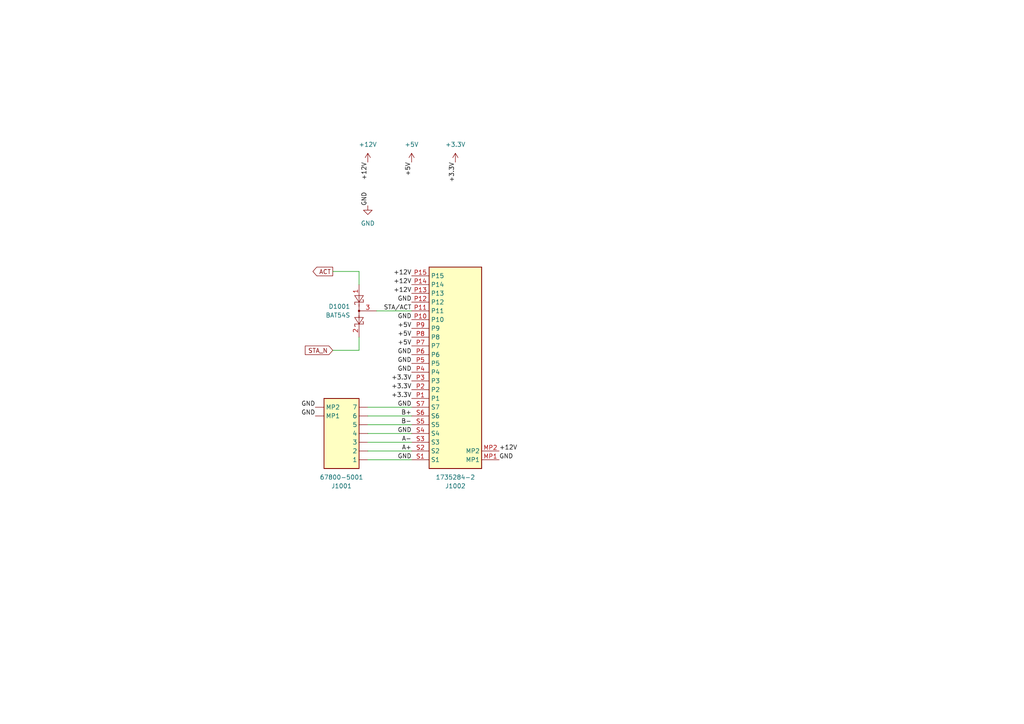
<source format=kicad_sch>
(kicad_sch (version 20231120) (generator "eeschema") (generator_version "8.0")
  (paper "A4")
  (lib_symbols
    (symbol "1735284-2:1735284-2"
      (property "Reference" "J" (at 21.59 7.62 0))
      (property "Value" "1735284-2" (at 21.59 5.08 0))
      (symbol "1735284-2_1_1"
        (rectangle (start 5.08 2.54) (end 20.32 -55.88) (stroke (width 0.254)) (fill (type background)))
        (pin passive line (at 0 0 0) (length 5.08) (name "MP1") (number "MP1"))
        (pin passive line (at 0 -2.54 0) (length 5.08) (name "MP2") (number "MP2"))
        (pin passive line (at 25.4 -17.78 180) (length 5.08) (name "P1") (number "P1"))
        (pin passive line (at 25.4 -40.64 180) (length 5.08) (name "P10") (number "P10"))
        (pin passive line (at 25.4 -43.18 180) (length 5.08) (name "P11") (number "P11"))
        (pin passive line (at 25.4 -45.72 180) (length 5.08) (name "P12") (number "P12"))
        (pin passive line (at 25.4 -48.26 180) (length 5.08) (name "P13") (number "P13"))
        (pin passive line (at 25.4 -50.8 180) (length 5.08) (name "P14") (number "P14"))
        (pin passive line (at 25.4 -53.34 180) (length 5.08) (name "P15") (number "P15"))
        (pin passive line (at 25.4 -20.32 180) (length 5.08) (name "P2") (number "P2"))
        (pin passive line (at 25.4 -22.86 180) (length 5.08) (name "P3") (number "P3"))
        (pin passive line (at 25.4 -25.4 180) (length 5.08) (name "P4") (number "P4"))
        (pin passive line (at 25.4 -27.94 180) (length 5.08) (name "P5") (number "P5"))
        (pin passive line (at 25.4 -30.48 180) (length 5.08) (name "P6") (number "P6"))
        (pin passive line (at 25.4 -33.02 180) (length 5.08) (name "P7") (number "P7"))
        (pin passive line (at 25.4 -35.56 180) (length 5.08) (name "P8") (number "P8"))
        (pin passive line (at 25.4 -38.1 180) (length 5.08) (name "P9") (number "P9"))
        (pin passive line (at 25.4 0 180) (length 5.08) (name "S1") (number "S1"))
        (pin passive line (at 25.4 -2.54 180) (length 5.08) (name "S2") (number "S2"))
        (pin passive line (at 25.4 -5.08 180) (length 5.08) (name "S3") (number "S3"))
        (pin passive line (at 25.4 -7.62 180) (length 5.08) (name "S4") (number "S4"))
        (pin passive line (at 25.4 -10.16 180) (length 5.08) (name "S5") (number "S5"))
        (pin passive line (at 25.4 -12.7 180) (length 5.08) (name "S6") (number "S6"))
        (pin passive line (at 25.4 -15.24 180) (length 5.08) (name "S7") (number "S7"))
      )
    )
    (symbol "67800-5001:67800-5001" (pin_numbers hide)
      (property "Reference" "J" (at 16.51 7.62 0))
      (property "Value" "67800-5001" (at 16.51 5.08 0))
      (symbol "67800-5001_1_1"
        (rectangle (start 5.08 2.54) (end 15.24 -17.78) (stroke (width 0.254)) (fill (type background)))
        (pin passive line (at 2.54 0 0) (length 2.54) (name "1") (number "1"))
        (pin passive line (at 2.54 -2.54 0) (length 2.54) (name "2") (number "2"))
        (pin passive line (at 2.54 -5.08 0) (length 2.54) (name "3") (number "3"))
        (pin passive line (at 2.54 -7.62 0) (length 2.54) (name "4") (number "4"))
        (pin passive line (at 2.54 -10.16 0) (length 2.54) (name "5") (number "5"))
        (pin passive line (at 2.54 -12.7 0) (length 2.54) (name "6") (number "6"))
        (pin passive line (at 2.54 -15.24 0) (length 2.54) (name "7") (number "7"))
        (pin power_out line (at 17.78 -12.7 180) (length 2.54) (name "MP1") (number "8"))
        (pin power_out line (at 17.78 -15.24 180) (length 2.54) (name "MP2") (number "9"))
      )
    )
    (symbol "Diode:BAT54S" (pin_names (offset 0) hide)
      (property "Reference" "D" (at 2.54 -5.08 0))
      (property "Value" "BAT54S" (at -6.35 3.175 0))
      (symbol "BAT54S_0_1"
        (polyline (pts (xy -3.81 0) (xy -1.27 0)))
        (polyline (pts (xy -3.175 -1.27) (xy -3.175 -1.016)))
        (polyline (pts (xy -2.54 -1.27) (xy -3.175 -1.27)))
        (polyline (pts (xy -2.54 -1.27) (xy -2.54 1.27)))
        (polyline (pts (xy -2.54 1.27) (xy -1.905 1.27)))
        (polyline (pts (xy -1.905 0) (xy 1.905 0)))
        (polyline (pts (xy -1.905 1.27) (xy -1.905 1.016)))
        (polyline (pts (xy 1.27 0) (xy 3.81 0)))
        (polyline (pts (xy 3.175 -1.27) (xy 3.175 -1.016)))
        (polyline (pts (xy 3.81 -1.27) (xy 3.175 -1.27)))
        (polyline (pts (xy 3.81 -1.27) (xy 3.81 1.27)))
        (polyline (pts (xy 3.81 1.27) (xy 4.445 1.27)))
        (polyline (pts (xy 4.445 1.27) (xy 4.445 1.016)))
        (polyline (pts (xy -4.445 1.27) (xy -4.445 -1.27) (xy -2.54 0) (xy -4.445 1.27)))
        (polyline (pts (xy 1.905 1.27) (xy 1.905 -1.27) (xy 3.81 0) (xy 1.905 1.27)))
        (circle (center 0 0) (radius 0.254) (fill (type outline)))
      )
      (symbol "BAT54S_1_1"
        (pin passive line (at -7.62 0 0) (length 3.81) (name "A") (number "1"))
        (pin passive line (at 7.62 0 180) (length 3.81) (name "K") (number "2"))
        (pin passive line (at 0 -5.08 90) (length 5.08) (name "COM") (number "3"))
      )
    )
    (symbol "power:+12V" (power) (pin_numbers hide) (pin_names (offset 0) hide)
      (property "Value" "+12V" (at 0 3.556 0))
      (symbol "+12V_0_1"
        (polyline (pts (xy -0.762 1.27) (xy 0 2.54)))
        (polyline (pts (xy 0 0) (xy 0 2.54)))
        (polyline (pts (xy 0 2.54) (xy 0.762 1.27)))
      )
      (symbol "+12V_1_1"
        (pin power_in line (at 0 0 90) (length 0) (name "~") (number "1"))
      )
    )
    (symbol "power:+3.3V" (power) (pin_numbers hide) (pin_names (offset 0) hide)
      (property "Value" "+3.3V" (at 0 3.556 0))
      (symbol "+3.3V_0_1"
        (polyline (pts (xy -0.762 1.27) (xy 0 2.54)))
        (polyline (pts (xy 0 0) (xy 0 2.54)))
        (polyline (pts (xy 0 2.54) (xy 0.762 1.27)))
      )
      (symbol "+3.3V_1_1"
        (pin power_in line (at 0 0 90) (length 0) (name "~") (number "1"))
      )
    )
    (symbol "power:+5V" (power) (pin_numbers hide) (pin_names (offset 0) hide)
      (property "Value" "+5V" (at 0 3.556 0))
      (symbol "+5V_0_1"
        (polyline (pts (xy -0.762 1.27) (xy 0 2.54)))
        (polyline (pts (xy 0 0) (xy 0 2.54)))
        (polyline (pts (xy 0 2.54) (xy 0.762 1.27)))
      )
      (symbol "+5V_1_1"
        (pin power_in line (at 0 0 90) (length 0) (name "~") (number "1"))
      )
    )
    (symbol "power:GND" (power) (pin_numbers hide) (pin_names (offset 0) hide)
      (property "Value" "GND" (at 0 -3.81 0))
      (symbol "GND_0_1"
        (polyline (pts (xy 0 0) (xy 0 -1.27) (xy 1.27 -1.27) (xy 0 -2.54) (xy -1.27 -1.27) (xy 0 -1.27)))
      )
      (symbol "GND_1_1"
        (pin power_in line (at 0 0 270) (length 0) (name "~") (number "1"))
      )
    )
  )
  (wire (pts (xy 104.14 78.74) (xy 104.14 82.55)))
  (wire (pts (xy 106.68 125.73) (xy 119.38 125.73)))
  (wire (pts (xy 106.68 120.65) (xy 119.38 120.65)))
  (wire (pts (xy 106.68 128.27) (xy 119.38 128.27)))
  (wire (pts (xy 104.14 101.6) (xy 104.14 97.79)))
  (wire (pts (xy 106.68 130.81) (xy 119.38 130.81)))
  (wire (pts (xy 96.52 78.74) (xy 104.14 78.74)))
  (wire (pts (xy 109.22 90.17) (xy 119.38 90.17)))
  (wire (pts (xy 106.68 118.11) (xy 119.38 118.11)))
  (wire (pts (xy 106.68 133.35) (xy 119.38 133.35)))
  (wire (pts (xy 96.52 101.6) (xy 104.14 101.6)))
  (wire (pts (xy 106.68 123.19) (xy 119.38 123.19)))
  (label "GND" (at 119.38 133.35 180))
  (label "B-" (at 119.38 123.19 180))
  (label "+3.3V" (at 132.08 46.99 270))
  (label "+12V" (at 106.68 46.99 270))
  (label "A+" (at 119.38 130.81 180))
  (label "GND" (at 119.38 87.63 180))
  (label "GND" (at 91.44 118.11 180))
  (label "+12V" (at 144.78 130.81 0))
  (label "+5V" (at 119.38 46.99 270))
  (label "GND" (at 119.38 118.11 180))
  (label "+12V" (at 119.38 85.09 180))
  (label "+3.3V" (at 119.38 115.57 180))
  (label "GND" (at 119.38 92.71 180))
  (label "+3.3V" (at 119.38 110.49 180))
  (label "+5V" (at 119.38 97.79 180))
  (label "GND" (at 144.78 133.35 0))
  (label "GND" (at 106.68 59.69 90))
  (label "GND" (at 119.38 105.41 180))
  (label "B+" (at 119.38 120.65 180))
  (label "+5V" (at 119.38 100.33 180))
  (label "+3.3V" (at 119.38 113.03 180))
  (label "A-" (at 119.38 128.27 180))
  (label "+12V" (at 119.38 82.55 180))
  (label "GND" (at 91.44 120.65 180))
  (label "+12V" (at 119.38 80.01 180))
  (label "GND" (at 119.38 125.73 180))
  (label "+5V" (at 119.38 95.25 180))
  (label "GND" (at 119.38 102.87 180))
  (label "STA{slash}ACT" (at 119.38 90.17 180))
  (label "GND" (at 119.38 107.95 180))
  (global_label "STA_N" (shape input) (at 96.52 101.6 180) (property "Intersheetrefs" "${INTERSHEET_REFS}" (effects (hide yes))))
  (global_label "ACT" (shape output) (at 96.52 78.74 180) (property "Intersheetrefs" "${INTERSHEET_REFS}" (effects (hide yes))))
  (symbol (lib_id "67800-5001:67800-5001") (at 109.22 133.35 180) (unit 1)
    (property "Reference" "J1001" (at 99.06 140.97 0))
    (property "Value" "67800-5001" (at 99.06 138.43 0))
    (property "Footprint" "Libraries:67800-5005_2" (effects (hide yes)))
    (property "Datasheet" "https://datasheet.datasheetarchive.com/originals/distributors/Datasheets_SAMA/0faa6e41b2707203d8a1a7c607a5a567.pdf" (effects (hide yes)))
    (property "Description" "Molex SATA 67800, 1.27mm Pitch, 7 Way, 1 Row, Vertical PCB Header, Surface Mount" (effects (hide yes)))
    (property "Manufacturer_Name" "Molex" (effects (hide yes)))
    (property "Manufacturer_Part_Number" "67800-5001" (effects (hide yes)))
    (property "Mouser Part Number" "538-67800-5001" (effects (hide yes)))
    (instances (project "SATA-backplane-10-inch-rack" (path "" (reference "J1001") (unit 1)) (path "" (reference "J801") (unit 1)) (path "" (reference "J301") (unit 1)) (path "" (reference "J1201") (unit 1)) (path "" (reference "J901") (unit 1)) (path "" (reference "J1101") (unit 1)) (path "" (reference "J201") (unit 1)) (path "" (reference "J701") (unit 1)) (path "" (reference "J401") (unit 1)) (path "" (reference "J501") (unit 1)) (path "" (reference "J1301") (unit 1)) (path "" (reference "J601") (unit 1))))
  )
  (symbol (lib_id "power:+12V") (at 106.68 46.99 0) (mirror y) (unit 1)
    (property "Reference" "#PWR01001" (effects (hide yes)))
    (property "Value" "+12V" (at 106.68 41.91 0))
    (property "Description" "Power symbol creates a global label with name \"+12V\"" (effects (hide yes)))
    (instances (project "SATA-backplane-10-inch-rack" (path "" (reference "#PWR01001") (unit 1)) (path "" (reference "#PWR0801") (unit 1)) (path "" (reference "#PWR0301") (unit 1)) (path "" (reference "#PWR01201") (unit 1)) (path "" (reference "#PWR0901") (unit 1)) (path "" (reference "#PWR01101") (unit 1)) (path "" (reference "#PWR0201") (unit 1)) (path "" (reference "#PWR0701") (unit 1)) (path "" (reference "#PWR0401") (unit 1)) (path "" (reference "#PWR0501") (unit 1)) (path "" (reference "#PWR01301") (unit 1)) (path "" (reference "#PWR0601") (unit 1))))
  )
  (symbol (lib_id "1735284-2:1735284-2") (at 144.78 133.35 180) (unit 1)
    (property "Reference" "J1002" (at 132.08 140.97 0))
    (property "Value" "1735284-2" (at 132.08 138.43 0))
    (property "Footprint" "Libraries:17352842" (effects (hide yes)))
    (property "Datasheet" "https://www.arrow.com/en/products/1735284-2/te-connectivity" (effects (hide yes)))
    (property "Description" "Body Features: Connector Profile Standard | Configuration Features: Number of Positions 22 | Number of Ports 2 | PCB Mount Orientation Vertical | Number of Rows 1 | Contact Features: PCB Contact Termination Area Plating Material Tin | Contact Configuration 7P + 15P | Contact Base Material Copper Alloy | Contact Mating Area Plating Material Gold | Contact Current Rating (Max) 1.5 AMP | Contact Mating Area Plating Material Thickness 30 MICIN | Contact Mating Area Plating Material Thickness .76 MICM | Dimensio" (effects (hide yes)))
    (property "Manufacturer_Name" "TE Connectivity" (effects (hide yes)))
    (property "Manufacturer_Part_Number" "1735284-2" (effects (hide yes)))
    (property "Mouser Part Number" "571-1735284-2" (effects (hide yes)))
    (instances (project "SATA-backplane-10-inch-rack" (path "" (reference "J1002") (unit 1)) (path "" (reference "J802") (unit 1)) (path "" (reference "J302") (unit 1)) (path "" (reference "J1202") (unit 1)) (path "" (reference "J902") (unit 1)) (path "" (reference "J1102") (unit 1)) (path "" (reference "J202") (unit 1)) (path "" (reference "J702") (unit 1)) (path "" (reference "J402") (unit 1)) (path "" (reference "J502") (unit 1)) (path "" (reference "J1302") (unit 1)) (path "" (reference "J602") (unit 1))))
  )
  (symbol (lib_id "power:+3.3V") (at 132.08 46.99 0) (mirror y) (unit 1)
    (property "Reference" "#PWR01004" (effects (hide yes)))
    (property "Value" "+3.3V" (at 132.08 41.91 0))
    (property "Description" "Power symbol creates a global label with name \"+3.3V\"" (effects (hide yes)))
    (instances (project "SATA-backplane-10-inch-rack" (path "" (reference "#PWR01004") (unit 1)) (path "" (reference "#PWR0804") (unit 1)) (path "" (reference "#PWR0304") (unit 1)) (path "" (reference "#PWR01204") (unit 1)) (path "" (reference "#PWR0904") (unit 1)) (path "" (reference "#PWR01104") (unit 1)) (path "" (reference "#PWR0204") (unit 1)) (path "" (reference "#PWR0704") (unit 1)) (path "" (reference "#PWR0404") (unit 1)) (path "" (reference "#PWR0504") (unit 1)) (path "" (reference "#PWR01304") (unit 1)) (path "" (reference "#PWR0604") (unit 1))))
  )
  (symbol (lib_id "power:GND") (at 106.68 59.69 0) (unit 1)
    (property "Reference" "#PWR01003" (effects (hide yes)))
    (property "Value" "GND" (at 106.68 64.77 0))
    (property "Description" "Power symbol creates a global label with name \"GND\" , ground" (effects (hide yes)))
    (instances (project "SATA-backplane-10-inch-rack" (path "" (reference "#PWR01003") (unit 1)) (path "" (reference "#PWR0803") (unit 1)) (path "" (reference "#PWR0303") (unit 1)) (path "" (reference "#PWR01203") (unit 1)) (path "" (reference "#PWR0903") (unit 1)) (path "" (reference "#PWR01103") (unit 1)) (path "" (reference "#PWR0203") (unit 1)) (path "" (reference "#PWR0703") (unit 1)) (path "" (reference "#PWR0403") (unit 1)) (path "" (reference "#PWR0503") (unit 1)) (path "" (reference "#PWR01303") (unit 1)) (path "" (reference "#PWR0603") (unit 1))))
  )
  (symbol (lib_id "power:+5V") (at 119.38 46.99 0) (mirror y) (unit 1)
    (property "Reference" "#PWR01002" (effects (hide yes)))
    (property "Value" "+5V" (at 119.38 41.91 0))
    (property "Description" "Power symbol creates a global label with name \"+5V\"" (effects (hide yes)))
    (instances (project "SATA-backplane-10-inch-rack" (path "" (reference "#PWR01002") (unit 1)) (path "" (reference "#PWR0802") (unit 1)) (path "" (reference "#PWR0302") (unit 1)) (path "" (reference "#PWR01202") (unit 1)) (path "" (reference "#PWR0902") (unit 1)) (path "" (reference "#PWR01102") (unit 1)) (path "" (reference "#PWR0202") (unit 1)) (path "" (reference "#PWR0702") (unit 1)) (path "" (reference "#PWR0402") (unit 1)) (path "" (reference "#PWR0502") (unit 1)) (path "" (reference "#PWR01302") (unit 1)) (path "" (reference "#PWR0602") (unit 1))))
  )
  (symbol (lib_id "Diode:BAT54S") (at 104.14 90.17 90) (mirror x) (unit 1)
    (property "Reference" "D1001" (at 101.6 88.8999 90) (effects (justify left)))
    (property "Value" "BAT54S" (at 101.6 91.4399 90) (effects (justify left)))
    (property "Footprint" "Package_TO_SOT_SMD:SOT-23" (effects (hide yes)))
    (property "Datasheet" "https://www.diodes.com/assets/Datasheets/ds11005.pdf" (effects (hide yes)))
    (property "Description" "Vr 30V, If 200mA, Dual schottky barrier diode, in series, SOT-323" (effects (hide yes)))
    (instances (project "" (path "" (reference "D1001") (unit 1)) (path "" (reference "D801") (unit 1)) (path "" (reference "D301") (unit 1)) (path "" (reference "D1201") (unit 1)) (path "" (reference "D901") (unit 1)) (path "" (reference "D1101") (unit 1)) (path "" (reference "D201") (unit 1)) (path "" (reference "D701") (unit 1)) (path "" (reference "D401") (unit 1)) (path "" (reference "D501") (unit 1)) (path "" (reference "D1301") (unit 1)) (path "" (reference "D601") (unit 1))))
  )
)
</source>
